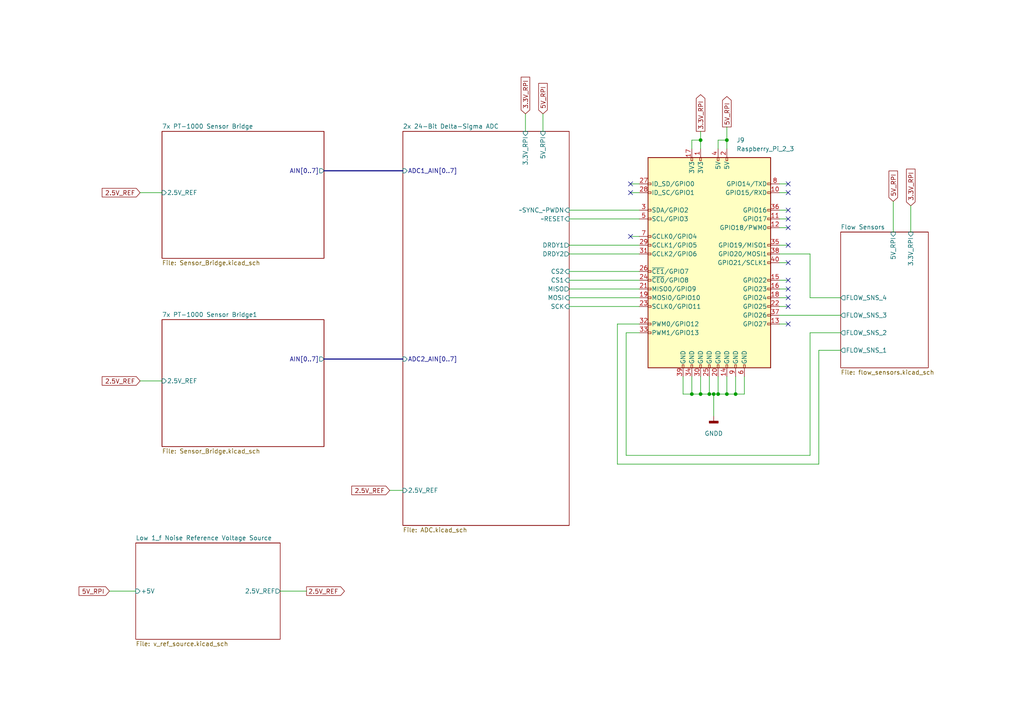
<source format=kicad_sch>
(kicad_sch (version 20211123) (generator eeschema)
  (paper "A4")
  (title_block (title "Flow Calorimeter - 14-Channel PT1000 Sensor Version") (date "2022-05-02") (rev "0.2.1") (company "U. Lukas"))
  (lib_symbols
    (symbol "Connector:Raspberry_Pi_2_3" (pin_names (offset 1.016))
      (property "Reference" "J" (at -17.78 31.75 0))
      (property "Value" "Raspberry_Pi_2_3" (at 10.16 -31.75 0))
      (symbol "Raspberry_Pi_2_3_0_1"
        (rectangle (start -17.78 30.48) (end 17.78 -30.48) (stroke (width 0.254)) (fill (type background)))
      )
      (symbol "Raspberry_Pi_2_3_1_1"
        (rectangle (start -16.891 -17.526) (end -17.78 -18.034))
        (rectangle (start -16.891 -14.986) (end -17.78 -15.494))
        (rectangle (start -16.891 -12.446) (end -17.78 -12.954))
        (rectangle (start -16.891 -9.906) (end -17.78 -10.414))
        (rectangle (start -16.891 -7.366) (end -17.78 -7.874))
        (rectangle (start -16.891 -4.826) (end -17.78 -5.334))
        (rectangle (start -16.891 0.254) (end -17.78 -0.254))
        (rectangle (start -16.891 2.794) (end -17.78 2.286))
        (rectangle (start -16.891 5.334) (end -17.78 4.826))
        (rectangle (start -16.891 10.414) (end -17.78 9.906))
        (rectangle (start -16.891 12.954) (end -17.78 12.446))
        (rectangle (start -16.891 15.494) (end -17.78 14.986))
        (rectangle (start -16.891 20.574) (end -17.78 20.066))
        (rectangle (start -16.891 23.114) (end -17.78 22.606))
        (rectangle (start -10.414 -29.591) (end -9.906 -30.48))
        (rectangle (start -7.874 -29.591) (end -7.366 -30.48))
        (rectangle (start -5.334 -29.591) (end -4.826 -30.48))
        (rectangle (start -5.334 30.48) (end -4.826 29.591))
        (rectangle (start -2.794 -29.591) (end -2.286 -30.48))
        (rectangle (start -2.794 30.48) (end -2.286 29.591))
        (rectangle (start -0.254 -29.591) (end 0.254 -30.48))
        (rectangle (start 2.286 -29.591) (end 2.794 -30.48))
        (rectangle (start 2.286 30.48) (end 2.794 29.591))
        (rectangle (start 4.826 -29.591) (end 5.334 -30.48))
        (rectangle (start 4.826 30.48) (end 5.334 29.591))
        (rectangle (start 7.366 -29.591) (end 7.874 -30.48))
        (rectangle (start 17.78 -20.066) (end 16.891 -20.574))
        (rectangle (start 17.78 -17.526) (end 16.891 -18.034))
        (rectangle (start 17.78 -12.446) (end 16.891 -12.954))
        (rectangle (start 17.78 -9.906) (end 16.891 -10.414))
        (rectangle (start 17.78 -7.366) (end 16.891 -7.874))
        (rectangle (start 17.78 -4.826) (end 16.891 -5.334))
        (rectangle (start 17.78 -2.286) (end 16.891 -2.794))
        (rectangle (start 17.78 2.794) (end 16.891 2.286))
        (rectangle (start 17.78 5.334) (end 16.891 4.826))
        (rectangle (start 17.78 7.874) (end 16.891 7.366))
        (rectangle (start 17.78 12.954) (end 16.891 12.446))
        (rectangle (start 17.78 15.494) (end 16.891 14.986))
        (rectangle (start 17.78 20.574) (end 16.891 20.066))
        (rectangle (start 17.78 23.114) (end 16.891 22.606))
        (pin power_in line (at 2.54 33.02 270) (length 2.54) (name "3V3") (number "1"))
        (pin bidirectional line (at -20.32 20.32 0) (length 2.54) (name "GPIO15/RXD") (number "10"))
        (pin bidirectional line (at -20.32 12.7 0) (length 2.54) (name "GPIO17") (number "11"))
        (pin bidirectional line (at -20.32 10.16 0) (length 2.54) (name "GPIO18/PWM0") (number "12"))
        (pin bidirectional line (at -20.32 -17.78 0) (length 2.54) (name "GPIO27") (number "13"))
        (pin power_in line (at -5.08 -33.02 90) (length 2.54) (name "GND") (number "14"))
        (pin bidirectional line (at -20.32 -5.08 0) (length 2.54) (name "GPIO22") (number "15"))
        (pin bidirectional line (at -20.32 -7.62 0) (length 2.54) (name "GPIO23") (number "16"))
        (pin power_in line (at 5.08 33.02 270) (length 2.54) (name "3V3") (number "17"))
        (pin bidirectional line (at -20.32 -10.16 0) (length 2.54) (name "GPIO24") (number "18"))
        (pin bidirectional line (at 20.32 -10.16 180) (length 2.54) (name "MOSI0/GPIO10") (number "19"))
        (pin power_in line (at -5.08 33.02 270) (length 2.54) (name "5V") (number "2"))
        (pin power_in line (at -2.54 -33.02 90) (length 2.54) (name "GND") (number "20"))
        (pin bidirectional line (at 20.32 -7.62 180) (length 2.54) (name "MISO0/GPIO9") (number "21"))
        (pin bidirectional line (at -20.32 -12.7 0) (length 2.54) (name "GPIO25") (number "22"))
        (pin bidirectional line (at 20.32 -12.7 180) (length 2.54) (name "SCLK0/GPIO11") (number "23"))
        (pin bidirectional line (at 20.32 -5.08 180) (length 2.54) (name "~{CE0}/GPIO8") (number "24"))
        (pin power_in line (at 0 -33.02 90) (length 2.54) (name "GND") (number "25"))
        (pin bidirectional line (at 20.32 -2.54 180) (length 2.54) (name "~{CE1}/GPIO7") (number "26"))
        (pin bidirectional line (at 20.32 22.86 180) (length 2.54) (name "ID_SD/GPIO0") (number "27"))
        (pin bidirectional line (at 20.32 20.32 180) (length 2.54) (name "ID_SC/GPIO1") (number "28"))
        (pin bidirectional line (at 20.32 5.08 180) (length 2.54) (name "GCLK1/GPIO5") (number "29"))
        (pin bidirectional line (at 20.32 15.24 180) (length 2.54) (name "SDA/GPIO2") (number "3"))
        (pin power_in line (at 2.54 -33.02 90) (length 2.54) (name "GND") (number "30"))
        (pin bidirectional line (at 20.32 2.54 180) (length 2.54) (name "GCLK2/GPIO6") (number "31"))
        (pin bidirectional line (at 20.32 -17.78 180) (length 2.54) (name "PWM0/GPIO12") (number "32"))
        (pin bidirectional line (at 20.32 -20.32 180) (length 2.54) (name "PWM1/GPIO13") (number "33"))
        (pin power_in line (at 5.08 -33.02 90) (length 2.54) (name "GND") (number "34"))
        (pin bidirectional line (at -20.32 5.08 0) (length 2.54) (name "GPIO19/MISO1") (number "35"))
        (pin bidirectional line (at -20.32 15.24 0) (length 2.54) (name "GPIO16") (number "36"))
        (pin bidirectional line (at -20.32 -15.24 0) (length 2.54) (name "GPIO26") (number "37"))
        (pin bidirectional line (at -20.32 2.54 0) (length 2.54) (name "GPIO20/MOSI1") (number "38"))
        (pin power_in line (at 7.62 -33.02 90) (length 2.54) (name "GND") (number "39"))
        (pin power_in line (at -2.54 33.02 270) (length 2.54) (name "5V") (number "4"))
        (pin bidirectional line (at -20.32 0 0) (length 2.54) (name "GPIO21/SCLK1") (number "40"))
        (pin bidirectional line (at 20.32 12.7 180) (length 2.54) (name "SCL/GPIO3") (number "5"))
        (pin power_in line (at -10.16 -33.02 90) (length 2.54) (name "GND") (number "6"))
        (pin bidirectional line (at 20.32 7.62 180) (length 2.54) (name "GCLK0/GPIO4") (number "7"))
        (pin bidirectional line (at -20.32 22.86 0) (length 2.54) (name "GPIO14/TXD") (number "8"))
        (pin power_in line (at -7.62 -33.02 90) (length 2.54) (name "GND") (number "9"))
      )
    )
    (symbol "power:GNDD" (power) (pin_names (offset 0))
      (property "Value" "GNDD" (at 0 -3.175 0))
      (symbol "GNDD_0_1"
        (rectangle (start -1.27 -1.524) (end 1.27 -2.032) (stroke (width 0.254)) (fill (type outline)))
        (polyline (pts (xy 0 0) (xy 0 -1.524)))
      )
      (symbol "GNDD_1_1"
        (pin power_in line (at 0 0 270) (length 0) hide (name "GNDD") (number "1"))
      )
    )
  )
  (junction (at 203.2 40.64))
  (junction (at 200.66 114.3))
  (junction (at 213.36 114.3))
  (junction (at 205.74 114.3))
  (junction (at 208.28 114.3))
  (junction (at 207.01 114.3))
  (junction (at 203.2 114.3))
  (junction (at 210.82 114.3))
  (junction (at 210.82 40.64))
  (no_connect (at 182.88 53.34))
  (no_connect (at 228.6 53.34))
  (no_connect (at 228.6 86.36))
  (no_connect (at 228.6 71.12))
  (no_connect (at 228.6 88.9))
  (no_connect (at 228.6 83.82))
  (no_connect (at 182.88 55.88))
  (no_connect (at 228.6 66.04))
  (no_connect (at 228.6 93.98))
  (no_connect (at 228.6 55.88))
  (no_connect (at 228.6 76.2))
  (no_connect (at 228.6 60.96))
  (no_connect (at 182.88 68.58))
  (no_connect (at 228.6 63.5))
  (no_connect (at 228.6 81.28))
  (wire (pts (xy 198.12 114.3) (xy 200.66 114.3)))
  (wire (pts (xy 243.84 96.52) (xy 234.95 96.52)))
  (wire (pts (xy 228.6 71.12) (xy 226.06 71.12)))
  (wire (pts (xy 228.6 60.96) (xy 226.06 60.96)))
  (wire (pts (xy 182.88 53.34) (xy 185.42 53.34)))
  (wire (pts (xy 208.28 109.22) (xy 208.28 114.3)))
  (wire (pts (xy 152.4 38.1) (xy 152.4 33.02)))
  (wire (pts (xy 264.16 67.31) (xy 264.16 59.69)))
  (wire (pts (xy 215.9 114.3) (xy 213.36 114.3)))
  (bus (pts (xy 93.98 104.14) (xy 116.84 104.14)))
  (wire (pts (xy 208.28 43.18) (xy 208.28 40.64)))
  (wire (pts (xy 205.74 114.3) (xy 207.01 114.3)))
  (wire (pts (xy 181.61 96.52) (xy 185.42 96.52)))
  (wire (pts (xy 165.1 73.66) (xy 185.42 73.66)))
  (wire (pts (xy 228.6 86.36) (xy 226.06 86.36)))
  (wire (pts (xy 81.28 171.45) (xy 88.9 171.45)))
  (wire (pts (xy 165.1 88.9) (xy 185.42 88.9)))
  (wire (pts (xy 200.66 114.3) (xy 200.66 109.22)))
  (wire (pts (xy 228.6 55.88) (xy 226.06 55.88)))
  (wire (pts (xy 210.82 40.64) (xy 210.82 36.83)))
  (wire (pts (xy 203.2 114.3) (xy 205.74 114.3)))
  (wire (pts (xy 228.6 83.82) (xy 226.06 83.82)))
  (wire (pts (xy 237.49 101.6) (xy 243.84 101.6)))
  (wire (pts (xy 157.48 38.1) (xy 157.48 33.02)))
  (wire (pts (xy 259.08 58.42) (xy 259.08 67.31)))
  (wire (pts (xy 203.2 40.64) (xy 203.2 43.18)))
  (wire (pts (xy 210.82 109.22) (xy 210.82 114.3)))
  (wire (pts (xy 226.06 91.44) (xy 243.84 91.44)))
  (wire (pts (xy 234.95 86.36) (xy 234.95 73.66)))
  (wire (pts (xy 31.75 171.45) (xy 39.37 171.45)))
  (wire (pts (xy 165.1 83.82) (xy 185.42 83.82)))
  (wire (pts (xy 185.42 93.98) (xy 179.07 93.98)))
  (wire (pts (xy 165.1 86.36) (xy 185.42 86.36)))
  (wire (pts (xy 203.2 109.22) (xy 203.2 114.3)))
  (wire (pts (xy 165.1 60.96) (xy 185.42 60.96)))
  (wire (pts (xy 207.01 114.3) (xy 208.28 114.3)))
  (wire (pts (xy 207.01 114.3) (xy 207.01 120.65)))
  (wire (pts (xy 234.95 132.08) (xy 181.61 132.08)))
  (wire (pts (xy 200.66 43.18) (xy 200.66 40.64)))
  (wire (pts (xy 182.88 68.58) (xy 185.42 68.58)))
  (wire (pts (xy 210.82 43.18) (xy 210.82 40.64)))
  (wire (pts (xy 113.03 142.24) (xy 116.84 142.24)))
  (bus (pts (xy 93.98 49.53) (xy 116.84 49.53)))
  (wire (pts (xy 200.66 40.64) (xy 203.2 40.64)))
  (wire (pts (xy 228.6 66.04) (xy 226.06 66.04)))
  (wire (pts (xy 228.6 81.28) (xy 226.06 81.28)))
  (wire (pts (xy 165.1 71.12) (xy 185.42 71.12)))
  (wire (pts (xy 237.49 134.62) (xy 237.49 101.6)))
  (wire (pts (xy 205.74 109.22) (xy 205.74 114.3)))
  (wire (pts (xy 198.12 109.22) (xy 198.12 114.3)))
  (wire (pts (xy 243.84 86.36) (xy 234.95 86.36)))
  (wire (pts (xy 165.1 63.5) (xy 185.42 63.5)))
  (wire (pts (xy 234.95 96.52) (xy 234.95 132.08)))
  (wire (pts (xy 40.64 55.88) (xy 46.99 55.88)))
  (wire (pts (xy 228.6 76.2) (xy 226.06 76.2)))
  (wire (pts (xy 40.64 110.49) (xy 46.99 110.49)))
  (wire (pts (xy 179.07 93.98) (xy 179.07 134.62)))
  (wire (pts (xy 228.6 93.98) (xy 226.06 93.98)))
  (wire (pts (xy 208.28 40.64) (xy 210.82 40.64)))
  (wire (pts (xy 203.2 38.1) (xy 203.2 40.64)))
  (wire (pts (xy 165.1 81.28) (xy 185.42 81.28)))
  (wire (pts (xy 228.6 53.34) (xy 226.06 53.34)))
  (wire (pts (xy 213.36 109.22) (xy 213.36 114.3)))
  (wire (pts (xy 203.2 114.3) (xy 200.66 114.3)))
  (wire (pts (xy 165.1 78.74) (xy 185.42 78.74)))
  (wire (pts (xy 228.6 88.9) (xy 226.06 88.9)))
  (wire (pts (xy 234.95 73.66) (xy 226.06 73.66)))
  (wire (pts (xy 181.61 132.08) (xy 181.61 96.52)))
  (wire (pts (xy 179.07 134.62) (xy 237.49 134.62)))
  (wire (pts (xy 213.36 114.3) (xy 210.82 114.3)))
  (wire (pts (xy 182.88 55.88) (xy 185.42 55.88)))
  (wire (pts (xy 215.9 109.22) (xy 215.9 114.3)))
  (wire (pts (xy 228.6 63.5) (xy 226.06 63.5)))
  (wire (pts (xy 210.82 114.3) (xy 208.28 114.3)))
  (global_label "2.5V_REF" (shape output) (at 88.9 171.45 0) (property "Intersheet References" "${INTERSHEET_REFS}" (effects hide)))
  (global_label "2.5V_REF" (shape input) (at 40.64 110.49 180) (property "Intersheet References" "${INTERSHEET_REFS}" (effects hide)))
  (global_label "3.3V_RPI" (shape input) (at 264.16 59.69 90) (property "Intersheet References" "${INTERSHEET_REFS}" (effects hide)))
  (global_label "5V_RPI" (shape output) (at 210.82 36.83 90) (property "Intersheet References" "${INTERSHEET_REFS}" (effects hide)))
  (global_label "3.3V_RPI" (shape output) (at 203.2 38.1 90) (property "Intersheet References" "${INTERSHEET_REFS}" (effects hide)))
  (global_label "3.3V_RPI" (shape input) (at 152.4 33.02 90) (property "Intersheet References" "${INTERSHEET_REFS}" (effects hide)))
  (global_label "2.5V_REF" (shape input) (at 40.64 55.88 180) (property "Intersheet References" "${INTERSHEET_REFS}" (effects hide)))
  (global_label "5V_RPI" (shape input) (at 31.75 171.45 180) (property "Intersheet References" "${INTERSHEET_REFS}" (effects hide)))
  (global_label "5V_RPI" (shape input) (at 157.48 33.02 90) (property "Intersheet References" "${INTERSHEET_REFS}" (effects hide)))
  (global_label "2.5V_REF" (shape input) (at 113.03 142.24 180) (property "Intersheet References" "${INTERSHEET_REFS}" (effects hide)))
  (global_label "5V_RPI" (shape input) (at 259.08 58.42 90) (property "Intersheet References" "${INTERSHEET_REFS}" (effects hide)))
  (symbol (lib_id "power:GNDD") (at 207.01 120.65 0) (unit 1)
    (property "Reference" "#PWR03" (effects hide))
    (property "Value" "GNDD" (at 207.01 125.73 0))
  )
  (symbol (lib_id "Connector:Raspberry_Pi_2_3") (at 205.74 76.2 0) (mirror y) (unit 1)
    (property "Reference" "J9" (at 213.5887 40.64 0) (effects (justify right)))
    (property "Value" "Raspberry_Pi_2_3" (at 213.5887 43.18 0) (effects (justify right)))
    (property "Footprint" "Connector_PinSocket_2.54mm:PinSocket_2x20_P2.54mm_Vertical" (effects hide))
    (property "Datasheet" "https://www.raspberrypi.org/documentation/hardware/raspberrypi/schematics/rpi_SCH_3bplus_1p0_reduced.pdf" (effects hide))
  )
  (sheet (at 46.99 92.71) (size 46.99 36.83) (stroke (width 0.1524))
    (property "Sheet name" "7x PT-1000 Sensor Bridge1" (at 46.99 91.9984 0) (effects (justify left bottom)))
    (property "Sheet file" "Sensor_Bridge.kicad_sch" (at 46.99 130.1246 0) (effects (justify left top)))
    (pin "2.5V_REF" input (at 46.99 110.49 180))
    (pin "AIN[0..7]" output (at 93.98 104.14 0))
  )
  (sheet (at 46.99 38.1) (size 46.99 36.83) (stroke (width 0.1524))
    (property "Sheet name" "7x PT-1000 Sensor Bridge" (at 46.99 37.3884 0) (effects (justify left bottom)))
    (property "Sheet file" "Sensor_Bridge.kicad_sch" (at 46.99 75.5146 0) (effects (justify left top)))
    (pin "2.5V_REF" input (at 46.99 55.88 180))
    (pin "AIN[0..7]" output (at 93.98 49.53 0))
  )
  (sheet (at 243.84 67.31) (size 25.4 39.37) (stroke (width 0.1524))
    (property "Sheet name" "Flow Sensors" (at 243.84 66.5984 0) (effects (justify left bottom)))
    (property "Sheet file" "flow_sensors.kicad_sch" (at 243.84 107.2646 0) (effects (justify left top)))
    (pin "3.3V_RPI" input (at 264.16 67.31 90))
    (pin "5V_RPI" input (at 259.08 67.31 90))
    (pin "FLOW_SNS_2" output (at 243.84 96.52 180))
    (pin "FLOW_SNS_1" output (at 243.84 101.6 180))
    (pin "FLOW_SNS_3" output (at 243.84 91.44 180))
    (pin "FLOW_SNS_4" output (at 243.84 86.36 180))
  )
  (sheet (at 39.37 157.48) (size 41.91 27.94) (stroke (width 0.1524))
    (property "Sheet name" "Low 1_f Noise Reference Voltage Source" (at 39.37 156.7684 0) (effects (justify left bottom)))
    (property "Sheet file" "v_ref_source.kicad_sch" (at 39.37 186.0046 0) (effects (justify left top)))
    (pin "2.5V_REF" output (at 81.28 171.45 0))
    (pin "+5V" input (at 39.37 171.45 180))
  )
  (sheet (at 116.84 38.1) (size 48.26 114.3) (stroke (width 0.1524))
    (property "Sheet name" "2x 24-Bit Delta-Sigma ADC" (at 116.84 37.3884 0) (effects (justify left bottom)))
    (property "Sheet file" "ADC.kicad_sch" (at 116.84 152.9846 0) (effects (justify left top)))
    (pin "MOSI" input (at 165.1 86.36 0))
    (pin "SCK" input (at 165.1 88.9 0))
    (pin "CS1" input (at 165.1 81.28 0))
    (pin "MISO" output (at 165.1 83.82 0))
    (pin "CS2" input (at 165.1 78.74 0))
    (pin "ADC1_AIN[0..7]" input (at 116.84 49.53 180))
    (pin "ADC2_AIN[0..7]" input (at 116.84 104.14 180))
    (pin "3.3V_RPI" input (at 152.4 38.1 90))
    (pin "~SYNC_~PWDN" input (at 165.1 60.96 0))
    (pin "~RESET" input (at 165.1 63.5 0))
    (pin "DRDY1" output (at 165.1 71.12 0))
    (pin "DRDY2" output (at 165.1 73.66 0))
    (pin "5V_RPI" input (at 157.48 38.1 90))
    (pin "2.5V_REF" input (at 116.84 142.24 180))
  )
)
</source>
